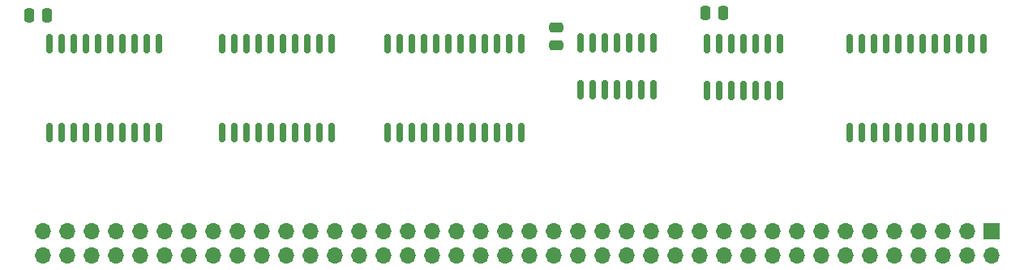
<source format=gbr>
%TF.GenerationSoftware,KiCad,Pcbnew,(6.0.0-0)*%
%TF.CreationDate,2022-09-15T22:17:50-04:00*%
%TF.ProjectId,CPU-Instruction-Decoder,4350552d-496e-4737-9472-756374696f6e,rev?*%
%TF.SameCoordinates,Original*%
%TF.FileFunction,Soldermask,Top*%
%TF.FilePolarity,Negative*%
%FSLAX46Y46*%
G04 Gerber Fmt 4.6, Leading zero omitted, Abs format (unit mm)*
G04 Created by KiCad (PCBNEW (6.0.0-0)) date 2022-09-15 22:17:50*
%MOMM*%
%LPD*%
G01*
G04 APERTURE LIST*
G04 Aperture macros list*
%AMRoundRect*
0 Rectangle with rounded corners*
0 $1 Rounding radius*
0 $2 $3 $4 $5 $6 $7 $8 $9 X,Y pos of 4 corners*
0 Add a 4 corners polygon primitive as box body*
4,1,4,$2,$3,$4,$5,$6,$7,$8,$9,$2,$3,0*
0 Add four circle primitives for the rounded corners*
1,1,$1+$1,$2,$3*
1,1,$1+$1,$4,$5*
1,1,$1+$1,$6,$7*
1,1,$1+$1,$8,$9*
0 Add four rect primitives between the rounded corners*
20,1,$1+$1,$2,$3,$4,$5,0*
20,1,$1+$1,$4,$5,$6,$7,0*
20,1,$1+$1,$6,$7,$8,$9,0*
20,1,$1+$1,$8,$9,$2,$3,0*%
G04 Aperture macros list end*
%ADD10RoundRect,0.150000X0.150000X-0.825000X0.150000X0.825000X-0.150000X0.825000X-0.150000X-0.825000X0*%
%ADD11RoundRect,0.150000X0.150000X-0.875000X0.150000X0.875000X-0.150000X0.875000X-0.150000X-0.875000X0*%
%ADD12RoundRect,0.250000X0.250000X0.475000X-0.250000X0.475000X-0.250000X-0.475000X0.250000X-0.475000X0*%
%ADD13RoundRect,0.250000X0.475000X-0.250000X0.475000X0.250000X-0.475000X0.250000X-0.475000X-0.250000X0*%
%ADD14R,1.700000X1.700000*%
%ADD15O,1.700000X1.700000*%
%ADD16RoundRect,0.250000X-0.250000X-0.475000X0.250000X-0.475000X0.250000X0.475000X-0.250000X0.475000X0*%
G04 APERTURE END LIST*
D10*
%TO.C,U3*%
X304546000Y-215392000D03*
X305816000Y-215392000D03*
X307086000Y-215392000D03*
X308356000Y-215392000D03*
X309626000Y-215392000D03*
X310896000Y-215392000D03*
X312166000Y-215392000D03*
X312166000Y-210442000D03*
X310896000Y-210442000D03*
X309626000Y-210442000D03*
X308356000Y-210442000D03*
X307086000Y-210442000D03*
X305816000Y-210442000D03*
X304546000Y-210442000D03*
%TD*%
D11*
%TO.C,U11*%
X253873000Y-210488000D03*
X255143000Y-210488000D03*
X256413000Y-210488000D03*
X257683000Y-210488000D03*
X258953000Y-210488000D03*
X260223000Y-210488000D03*
X261493000Y-210488000D03*
X262763000Y-210488000D03*
X264033000Y-210488000D03*
X265303000Y-210488000D03*
X265303000Y-219788000D03*
X264033000Y-219788000D03*
X262763000Y-219788000D03*
X261493000Y-219788000D03*
X260223000Y-219788000D03*
X258953000Y-219788000D03*
X257683000Y-219788000D03*
X256413000Y-219788000D03*
X255143000Y-219788000D03*
X253873000Y-219788000D03*
%TD*%
D12*
%TO.C,C1*%
X233746000Y-207518000D03*
X235646000Y-207518000D03*
%TD*%
D13*
%TO.C,C2*%
X288798000Y-208788000D03*
X288798000Y-210688000D03*
%TD*%
D14*
%TO.C,J1*%
X334264000Y-230124000D03*
D15*
X334264000Y-232664000D03*
X331724000Y-230124000D03*
X331724000Y-232664000D03*
X329184000Y-230124000D03*
X329184000Y-232664000D03*
X326644000Y-230124000D03*
X326644000Y-232664000D03*
X324104000Y-230124000D03*
X324104000Y-232664000D03*
X321564000Y-230124000D03*
X321564000Y-232664000D03*
X319024000Y-230124000D03*
X319024000Y-232664000D03*
X316484000Y-230124000D03*
X316484000Y-232664000D03*
X313944000Y-230124000D03*
X313944000Y-232664000D03*
X311404000Y-230124000D03*
X311404000Y-232664000D03*
X308864000Y-230124000D03*
X308864000Y-232664000D03*
X306324000Y-230124000D03*
X306324000Y-232664000D03*
X303784000Y-230124000D03*
X303784000Y-232664000D03*
X301244000Y-230124000D03*
X301244000Y-232664000D03*
X298704000Y-230124000D03*
X298704000Y-232664000D03*
X296164000Y-230124000D03*
X296164000Y-232664000D03*
X293624000Y-230124000D03*
X293624000Y-232664000D03*
X291084000Y-230124000D03*
X291084000Y-232664000D03*
X288544000Y-230124000D03*
X288544000Y-232664000D03*
X286004000Y-230124000D03*
X286004000Y-232664000D03*
X283464000Y-230124000D03*
X283464000Y-232664000D03*
X280924000Y-230124000D03*
X280924000Y-232664000D03*
X278384000Y-230124000D03*
X278384000Y-232664000D03*
X275844000Y-230124000D03*
X275844000Y-232664000D03*
X273304000Y-230124000D03*
X273304000Y-232664000D03*
X270764000Y-230124000D03*
X270764000Y-232664000D03*
X268224000Y-230124000D03*
X268224000Y-232664000D03*
X265684000Y-230124000D03*
X265684000Y-232664000D03*
X263144000Y-230124000D03*
X263144000Y-232664000D03*
X260604000Y-230124000D03*
X260604000Y-232664000D03*
X258064000Y-230124000D03*
X258064000Y-232664000D03*
X255524000Y-230124000D03*
X255524000Y-232664000D03*
X252984000Y-230124000D03*
X252984000Y-232664000D03*
X250444000Y-230124000D03*
X250444000Y-232664000D03*
X247904000Y-230124000D03*
X247904000Y-232664000D03*
X245364000Y-230124000D03*
X245364000Y-232664000D03*
X242824000Y-230124000D03*
X242824000Y-232664000D03*
X240284000Y-230124000D03*
X240284000Y-232664000D03*
X237744000Y-230124000D03*
X237744000Y-232664000D03*
X235204000Y-230124000D03*
X235204000Y-232664000D03*
%TD*%
D11*
%TO.C,U7*%
X271145000Y-219788000D03*
X272415000Y-219788000D03*
X273685000Y-219788000D03*
X274955000Y-219788000D03*
X276225000Y-219788000D03*
X277495000Y-219788000D03*
X278765000Y-219788000D03*
X280035000Y-219788000D03*
X281305000Y-219788000D03*
X282575000Y-219788000D03*
X283845000Y-219788000D03*
X285115000Y-219788000D03*
X285115000Y-210488000D03*
X283845000Y-210488000D03*
X282575000Y-210488000D03*
X281305000Y-210488000D03*
X280035000Y-210488000D03*
X278765000Y-210488000D03*
X277495000Y-210488000D03*
X276225000Y-210488000D03*
X274955000Y-210488000D03*
X273685000Y-210488000D03*
X272415000Y-210488000D03*
X271145000Y-210488000D03*
%TD*%
D10*
%TO.C,U5*%
X291338000Y-215327000D03*
X292608000Y-215327000D03*
X293878000Y-215327000D03*
X295148000Y-215327000D03*
X296418000Y-215327000D03*
X297688000Y-215327000D03*
X298958000Y-215327000D03*
X298958000Y-210377000D03*
X297688000Y-210377000D03*
X296418000Y-210377000D03*
X295148000Y-210377000D03*
X293878000Y-210377000D03*
X292608000Y-210377000D03*
X291338000Y-210377000D03*
%TD*%
D11*
%TO.C,U2*%
X319405000Y-219788000D03*
X320675000Y-219788000D03*
X321945000Y-219788000D03*
X323215000Y-219788000D03*
X324485000Y-219788000D03*
X325755000Y-219788000D03*
X327025000Y-219788000D03*
X328295000Y-219788000D03*
X329565000Y-219788000D03*
X330835000Y-219788000D03*
X332105000Y-219788000D03*
X333375000Y-219788000D03*
X333375000Y-210488000D03*
X332105000Y-210488000D03*
X330835000Y-210488000D03*
X329565000Y-210488000D03*
X328295000Y-210488000D03*
X327025000Y-210488000D03*
X325755000Y-210488000D03*
X324485000Y-210488000D03*
X323215000Y-210488000D03*
X321945000Y-210488000D03*
X320675000Y-210488000D03*
X319405000Y-210488000D03*
%TD*%
D16*
%TO.C,C3*%
X304358000Y-207264000D03*
X306258000Y-207264000D03*
%TD*%
D11*
%TO.C,U12*%
X235839000Y-219788000D03*
X237109000Y-219788000D03*
X238379000Y-219788000D03*
X239649000Y-219788000D03*
X240919000Y-219788000D03*
X242189000Y-219788000D03*
X243459000Y-219788000D03*
X244729000Y-219788000D03*
X245999000Y-219788000D03*
X247269000Y-219788000D03*
X247269000Y-210488000D03*
X245999000Y-210488000D03*
X244729000Y-210488000D03*
X243459000Y-210488000D03*
X242189000Y-210488000D03*
X240919000Y-210488000D03*
X239649000Y-210488000D03*
X238379000Y-210488000D03*
X237109000Y-210488000D03*
X235839000Y-210488000D03*
%TD*%
M02*

</source>
